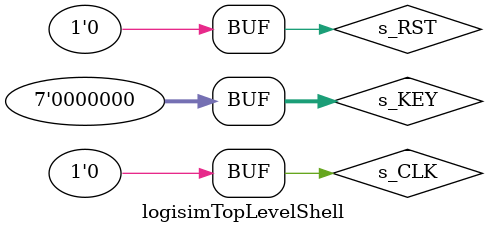
<source format=v>
/******************************************************************************
 ** Logisim-evolution goes FPGA automatic generated Verilog code             **
 ** https://github.com/logisim-evolution/                                    **
 **                                                                          **
 ** Component : logisimTopLevelShell                                         **
 **                                                                          **
 *****************************************************************************/

module logisimTopLevelShell(  );

   /*******************************************************************************
   ** The wires are defined here                                                 **
   *******************************************************************************/
   wire        s_CLK;
   wire [63:0] s_Display;
   wire [6:0]  s_KEY;
   wire        s_RST;
   wire        s_WriteMode;

   /*******************************************************************************
   ** The module functionality is described here                                 **
   *******************************************************************************/

   /*******************************************************************************
   ** All signal adaptations are performed here                                  **
   *******************************************************************************/
   assign s_CLK    = 1'b0;
   assign s_KEY[0] = 1'b0;
   assign s_KEY[1] = 1'b0;
   assign s_KEY[2] = 1'b0;
   assign s_KEY[3] = 1'b0;
   assign s_KEY[4] = 1'b0;
   assign s_KEY[5] = 1'b0;
   assign s_KEY[6] = 1'b0;
   assign s_RST    = 1'b0;

   /*******************************************************************************
   ** The toplevel component is connected here                                   **
   *******************************************************************************/
   graphicsController   CIRCUIT_0 (.CLK(s_CLK),
                                   .Display(s_Display),
                                   .KEY(s_KEY),
                                   .RST(s_RST),
                                   .WriteMode(s_WriteMode));
endmodule

</source>
